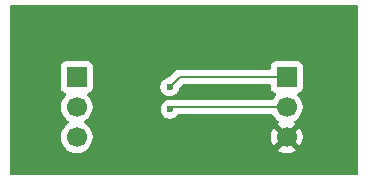
<source format=gbr>
%TF.GenerationSoftware,KiCad,Pcbnew,9.0.6*%
%TF.CreationDate,2025-11-01T16:48:45-04:00*%
%TF.ProjectId,W25Q02JVTBIM_breakout,57323551-3032-44a5-9654-42494d5f6272,rev?*%
%TF.SameCoordinates,Original*%
%TF.FileFunction,Copper,L2,Bot*%
%TF.FilePolarity,Positive*%
%FSLAX46Y46*%
G04 Gerber Fmt 4.6, Leading zero omitted, Abs format (unit mm)*
G04 Created by KiCad (PCBNEW 9.0.6) date 2025-11-01 16:48:45*
%MOMM*%
%LPD*%
G01*
G04 APERTURE LIST*
%TA.AperFunction,ComponentPad*%
%ADD10R,1.700000X1.700000*%
%TD*%
%TA.AperFunction,ComponentPad*%
%ADD11C,1.700000*%
%TD*%
%TA.AperFunction,ViaPad*%
%ADD12C,0.600000*%
%TD*%
%TA.AperFunction,Conductor*%
%ADD13C,0.200000*%
%TD*%
G04 APERTURE END LIST*
D10*
%TO.P,J2,1,Pin_1*%
%TO.N,SCLK_Flash*%
X163830000Y-92710000D03*
D11*
%TO.P,J2,2,Pin_2*%
%TO.N,CS-Mem*%
X163830000Y-95250000D03*
%TO.P,J2,3,Pin_3*%
%TO.N,GNDD*%
X163830000Y-97790000D03*
%TD*%
D10*
%TO.P,J1,1,Pin_1*%
%TO.N,3v3*%
X146050000Y-92710000D03*
D11*
%TO.P,J1,2,Pin_2*%
%TO.N,MISO_Flash*%
X146050000Y-95250000D03*
%TO.P,J1,3,Pin_3*%
%TO.N,MOSI_Flash*%
X146050000Y-97790000D03*
%TD*%
D12*
%TO.N,GNDD*%
X155625000Y-97850000D03*
X160825000Y-97700000D03*
%TO.N,SCLK_Flash*%
X153925000Y-93550000D03*
%TO.N,CS-Mem*%
X153950000Y-95450000D03*
%TD*%
D13*
%TO.N,SCLK_Flash*%
X154765000Y-92710000D02*
X163830000Y-92710000D01*
X153925000Y-93550000D02*
X154765000Y-92710000D01*
%TO.N,CS-Mem*%
X154150000Y-95250000D02*
X163830000Y-95250000D01*
X153950000Y-95450000D02*
X154150000Y-95250000D01*
%TD*%
%TA.AperFunction,Conductor*%
%TO.N,GNDD*%
G36*
X169792376Y-86623458D02*
G01*
X169838213Y-86676190D01*
X169849500Y-86727878D01*
X169849500Y-100925500D01*
X169829815Y-100992539D01*
X169777011Y-101038294D01*
X169725500Y-101049500D01*
X140524500Y-101049500D01*
X140457461Y-101029815D01*
X140411706Y-100977011D01*
X140400500Y-100925500D01*
X140400500Y-91812135D01*
X144699500Y-91812135D01*
X144699500Y-93607870D01*
X144699501Y-93607876D01*
X144705908Y-93667483D01*
X144756202Y-93802328D01*
X144756206Y-93802335D01*
X144842452Y-93917544D01*
X144842455Y-93917547D01*
X144957664Y-94003793D01*
X144957671Y-94003797D01*
X145089082Y-94052810D01*
X145145016Y-94094681D01*
X145169433Y-94160145D01*
X145154582Y-94228418D01*
X145133431Y-94256673D01*
X145019889Y-94370215D01*
X144894951Y-94542179D01*
X144798444Y-94731585D01*
X144732753Y-94933760D01*
X144711046Y-95070814D01*
X144699500Y-95143713D01*
X144699500Y-95356287D01*
X144732754Y-95566243D01*
X144770852Y-95683497D01*
X144798444Y-95768414D01*
X144894951Y-95957820D01*
X145019890Y-96129786D01*
X145170213Y-96280109D01*
X145342182Y-96405050D01*
X145350946Y-96409516D01*
X145401742Y-96457491D01*
X145418536Y-96525312D01*
X145395998Y-96591447D01*
X145350946Y-96630484D01*
X145342182Y-96634949D01*
X145170213Y-96759890D01*
X145019890Y-96910213D01*
X144894951Y-97082179D01*
X144798444Y-97271585D01*
X144732753Y-97473760D01*
X144699500Y-97683713D01*
X144699500Y-97896286D01*
X144732753Y-98106239D01*
X144798444Y-98308414D01*
X144894951Y-98497820D01*
X145019890Y-98669786D01*
X145170213Y-98820109D01*
X145342179Y-98945048D01*
X145342181Y-98945049D01*
X145342184Y-98945051D01*
X145531588Y-99041557D01*
X145733757Y-99107246D01*
X145943713Y-99140500D01*
X145943714Y-99140500D01*
X146156286Y-99140500D01*
X146156287Y-99140500D01*
X146366243Y-99107246D01*
X146568412Y-99041557D01*
X146757816Y-98945051D01*
X146812572Y-98905269D01*
X146929786Y-98820109D01*
X146929788Y-98820106D01*
X146929792Y-98820104D01*
X147080104Y-98669792D01*
X147080106Y-98669788D01*
X147080109Y-98669786D01*
X147205048Y-98497820D01*
X147205047Y-98497820D01*
X147205051Y-98497816D01*
X147301557Y-98308412D01*
X147367246Y-98106243D01*
X147400500Y-97896287D01*
X147400500Y-97683713D01*
X147367246Y-97473757D01*
X147301557Y-97271588D01*
X147205051Y-97082184D01*
X147205049Y-97082181D01*
X147205048Y-97082179D01*
X147080109Y-96910213D01*
X146929786Y-96759890D01*
X146757820Y-96634951D01*
X146749600Y-96630763D01*
X146749054Y-96630485D01*
X146698259Y-96582512D01*
X146681463Y-96514692D01*
X146703999Y-96448556D01*
X146749054Y-96409515D01*
X146757816Y-96405051D01*
X146779789Y-96389086D01*
X146929786Y-96280109D01*
X146929788Y-96280106D01*
X146929792Y-96280104D01*
X147080104Y-96129792D01*
X147080106Y-96129788D01*
X147080109Y-96129786D01*
X147205048Y-95957820D01*
X147205047Y-95957820D01*
X147205051Y-95957816D01*
X147301557Y-95768412D01*
X147367246Y-95566243D01*
X147400500Y-95356287D01*
X147400500Y-95143713D01*
X147367246Y-94933757D01*
X147301557Y-94731588D01*
X147205051Y-94542184D01*
X147205049Y-94542181D01*
X147205048Y-94542179D01*
X147080109Y-94370213D01*
X146966569Y-94256673D01*
X146933084Y-94195350D01*
X146938068Y-94125658D01*
X146979940Y-94069725D01*
X147010915Y-94052810D01*
X147142331Y-94003796D01*
X147257546Y-93917546D01*
X147343796Y-93802331D01*
X147394091Y-93667483D01*
X147400500Y-93607873D01*
X147400500Y-93471153D01*
X153124500Y-93471153D01*
X153124500Y-93628846D01*
X153155261Y-93783489D01*
X153155264Y-93783501D01*
X153215602Y-93929172D01*
X153215609Y-93929185D01*
X153303210Y-94060288D01*
X153303213Y-94060292D01*
X153414707Y-94171786D01*
X153414711Y-94171789D01*
X153545814Y-94259390D01*
X153545827Y-94259397D01*
X153691498Y-94319735D01*
X153691503Y-94319737D01*
X153846153Y-94350499D01*
X153846156Y-94350500D01*
X153846158Y-94350500D01*
X154003844Y-94350500D01*
X154003845Y-94350499D01*
X154158497Y-94319737D01*
X154304179Y-94259394D01*
X154435289Y-94171789D01*
X154546789Y-94060289D01*
X154634394Y-93929179D01*
X154694737Y-93783497D01*
X154717814Y-93667482D01*
X154725638Y-93628150D01*
X154758023Y-93566239D01*
X154759518Y-93564716D01*
X154977416Y-93346819D01*
X155038739Y-93313334D01*
X155065097Y-93310500D01*
X162355501Y-93310500D01*
X162422540Y-93330185D01*
X162468295Y-93382989D01*
X162479501Y-93434500D01*
X162479501Y-93607876D01*
X162485908Y-93667483D01*
X162536202Y-93802328D01*
X162536206Y-93802335D01*
X162622452Y-93917544D01*
X162622455Y-93917547D01*
X162737664Y-94003793D01*
X162737671Y-94003797D01*
X162869082Y-94052810D01*
X162925016Y-94094681D01*
X162949433Y-94160145D01*
X162934582Y-94228418D01*
X162913431Y-94256673D01*
X162799889Y-94370215D01*
X162674948Y-94542184D01*
X162674947Y-94542185D01*
X162654765Y-94581795D01*
X162606791Y-94632591D01*
X162544281Y-94649500D01*
X154229062Y-94649500D01*
X154229058Y-94649499D01*
X154070943Y-94649499D01*
X154065014Y-94651087D01*
X154050862Y-94651218D01*
X154044692Y-94649467D01*
X154035000Y-94649150D01*
X154034907Y-94650097D01*
X154028845Y-94649500D01*
X154028842Y-94649500D01*
X153871158Y-94649500D01*
X153871155Y-94649500D01*
X153716510Y-94680261D01*
X153716498Y-94680264D01*
X153570827Y-94740602D01*
X153570814Y-94740609D01*
X153439711Y-94828210D01*
X153439707Y-94828213D01*
X153328213Y-94939707D01*
X153328210Y-94939711D01*
X153240609Y-95070814D01*
X153240602Y-95070827D01*
X153180264Y-95216498D01*
X153180261Y-95216510D01*
X153149500Y-95371153D01*
X153149500Y-95528846D01*
X153180261Y-95683489D01*
X153180264Y-95683501D01*
X153240602Y-95829172D01*
X153240609Y-95829185D01*
X153328210Y-95960288D01*
X153328213Y-95960292D01*
X153439707Y-96071786D01*
X153439711Y-96071789D01*
X153570814Y-96159390D01*
X153570827Y-96159397D01*
X153716498Y-96219735D01*
X153716503Y-96219737D01*
X153871153Y-96250499D01*
X153871156Y-96250500D01*
X153871158Y-96250500D01*
X154028844Y-96250500D01*
X154028845Y-96250499D01*
X154183497Y-96219737D01*
X154329179Y-96159394D01*
X154460289Y-96071789D01*
X154571789Y-95960289D01*
X154608325Y-95905610D01*
X154661937Y-95860804D01*
X154711427Y-95850500D01*
X162544281Y-95850500D01*
X162611320Y-95870185D01*
X162654765Y-95918205D01*
X162674947Y-95957814D01*
X162674948Y-95957815D01*
X162799890Y-96129786D01*
X162950213Y-96280109D01*
X163122179Y-96405048D01*
X163122181Y-96405049D01*
X163122184Y-96405051D01*
X163131493Y-96409794D01*
X163182290Y-96457766D01*
X163199087Y-96525587D01*
X163176552Y-96591722D01*
X163131505Y-96630760D01*
X163122446Y-96635376D01*
X163122440Y-96635380D01*
X163068282Y-96674727D01*
X163068282Y-96674728D01*
X163700591Y-97307037D01*
X163637007Y-97324075D01*
X163522993Y-97389901D01*
X163429901Y-97482993D01*
X163364075Y-97597007D01*
X163347037Y-97660591D01*
X162714728Y-97028282D01*
X162714727Y-97028282D01*
X162675380Y-97082439D01*
X162578904Y-97271782D01*
X162513242Y-97473869D01*
X162513242Y-97473872D01*
X162480000Y-97683753D01*
X162480000Y-97896246D01*
X162513242Y-98106127D01*
X162513242Y-98106130D01*
X162578904Y-98308217D01*
X162675375Y-98497550D01*
X162714728Y-98551716D01*
X163347037Y-97919408D01*
X163364075Y-97982993D01*
X163429901Y-98097007D01*
X163522993Y-98190099D01*
X163637007Y-98255925D01*
X163700590Y-98272962D01*
X163068282Y-98905269D01*
X163068282Y-98905270D01*
X163122449Y-98944624D01*
X163311782Y-99041095D01*
X163513870Y-99106757D01*
X163723754Y-99140000D01*
X163936246Y-99140000D01*
X164146127Y-99106757D01*
X164146130Y-99106757D01*
X164348217Y-99041095D01*
X164537554Y-98944622D01*
X164591716Y-98905270D01*
X164591717Y-98905270D01*
X163959408Y-98272962D01*
X164022993Y-98255925D01*
X164137007Y-98190099D01*
X164230099Y-98097007D01*
X164295925Y-97982993D01*
X164312962Y-97919409D01*
X164945270Y-98551717D01*
X164945270Y-98551716D01*
X164984622Y-98497554D01*
X165081095Y-98308217D01*
X165146757Y-98106130D01*
X165146757Y-98106127D01*
X165180000Y-97896246D01*
X165180000Y-97683753D01*
X165146757Y-97473872D01*
X165146757Y-97473869D01*
X165081095Y-97271782D01*
X164984624Y-97082449D01*
X164945270Y-97028282D01*
X164945269Y-97028282D01*
X164312962Y-97660590D01*
X164295925Y-97597007D01*
X164230099Y-97482993D01*
X164137007Y-97389901D01*
X164022993Y-97324075D01*
X163959409Y-97307037D01*
X164591716Y-96674728D01*
X164537547Y-96635373D01*
X164537547Y-96635372D01*
X164528500Y-96630763D01*
X164477706Y-96582788D01*
X164460912Y-96514966D01*
X164483451Y-96448832D01*
X164528508Y-96409793D01*
X164537816Y-96405051D01*
X164617007Y-96347515D01*
X164709786Y-96280109D01*
X164709788Y-96280106D01*
X164709792Y-96280104D01*
X164860104Y-96129792D01*
X164860106Y-96129788D01*
X164860109Y-96129786D01*
X164985048Y-95957820D01*
X164985047Y-95957820D01*
X164985051Y-95957816D01*
X165081557Y-95768412D01*
X165147246Y-95566243D01*
X165180500Y-95356287D01*
X165180500Y-95143713D01*
X165147246Y-94933757D01*
X165081557Y-94731588D01*
X164985051Y-94542184D01*
X164985049Y-94542181D01*
X164985048Y-94542179D01*
X164860109Y-94370213D01*
X164746569Y-94256673D01*
X164713084Y-94195350D01*
X164718068Y-94125658D01*
X164759940Y-94069725D01*
X164790915Y-94052810D01*
X164922331Y-94003796D01*
X165037546Y-93917546D01*
X165123796Y-93802331D01*
X165174091Y-93667483D01*
X165180500Y-93607873D01*
X165180499Y-91812128D01*
X165174091Y-91752517D01*
X165123796Y-91617669D01*
X165123795Y-91617668D01*
X165123793Y-91617664D01*
X165037547Y-91502455D01*
X165037544Y-91502452D01*
X164922335Y-91416206D01*
X164922328Y-91416202D01*
X164787482Y-91365908D01*
X164787483Y-91365908D01*
X164727883Y-91359501D01*
X164727881Y-91359500D01*
X164727873Y-91359500D01*
X164727864Y-91359500D01*
X162932129Y-91359500D01*
X162932123Y-91359501D01*
X162872516Y-91365908D01*
X162737671Y-91416202D01*
X162737664Y-91416206D01*
X162622455Y-91502452D01*
X162622452Y-91502455D01*
X162536206Y-91617664D01*
X162536202Y-91617671D01*
X162485908Y-91752517D01*
X162479501Y-91812116D01*
X162479501Y-91812123D01*
X162479500Y-91812135D01*
X162479500Y-91985500D01*
X162459815Y-92052539D01*
X162407011Y-92098294D01*
X162355500Y-92109500D01*
X154685940Y-92109500D01*
X154645019Y-92120464D01*
X154645019Y-92120465D01*
X154607751Y-92130451D01*
X154533214Y-92150423D01*
X154533209Y-92150426D01*
X154396290Y-92229475D01*
X154396282Y-92229481D01*
X153910339Y-92715425D01*
X153849016Y-92748910D01*
X153846850Y-92749361D01*
X153691508Y-92780261D01*
X153691498Y-92780264D01*
X153545827Y-92840602D01*
X153545814Y-92840609D01*
X153414711Y-92928210D01*
X153414707Y-92928213D01*
X153303213Y-93039707D01*
X153303210Y-93039711D01*
X153215609Y-93170814D01*
X153215602Y-93170827D01*
X153155264Y-93316498D01*
X153155261Y-93316510D01*
X153124500Y-93471153D01*
X147400500Y-93471153D01*
X147400499Y-91812128D01*
X147394091Y-91752517D01*
X147343796Y-91617669D01*
X147343795Y-91617668D01*
X147343793Y-91617664D01*
X147257547Y-91502455D01*
X147257544Y-91502452D01*
X147142335Y-91416206D01*
X147142328Y-91416202D01*
X147007482Y-91365908D01*
X147007483Y-91365908D01*
X146947883Y-91359501D01*
X146947881Y-91359500D01*
X146947873Y-91359500D01*
X146947864Y-91359500D01*
X145152129Y-91359500D01*
X145152123Y-91359501D01*
X145092516Y-91365908D01*
X144957671Y-91416202D01*
X144957664Y-91416206D01*
X144842455Y-91502452D01*
X144842452Y-91502455D01*
X144756206Y-91617664D01*
X144756202Y-91617671D01*
X144705908Y-91752517D01*
X144699501Y-91812116D01*
X144699501Y-91812123D01*
X144699500Y-91812135D01*
X140400500Y-91812135D01*
X140400500Y-86773677D01*
X140420185Y-86706638D01*
X140472989Y-86660883D01*
X140524302Y-86649677D01*
X169725308Y-86603878D01*
X169792376Y-86623458D01*
G37*
%TD.AperFunction*%
%TD*%
M02*

</source>
